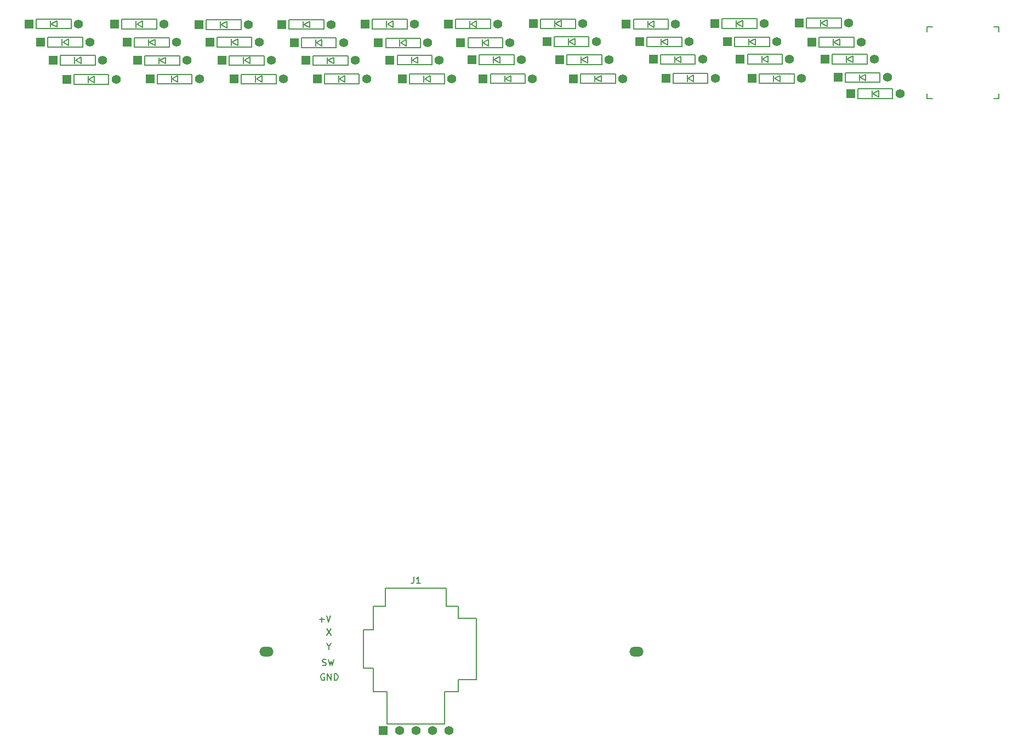
<source format=gbr>
%TF.GenerationSoftware,KiCad,Pcbnew,7.0.8*%
%TF.CreationDate,2024-05-12T08:22:54+09:00*%
%TF.ProjectId,ckb6,636b6236-2e6b-4696-9361-645f70636258,rev?*%
%TF.SameCoordinates,Original*%
%TF.FileFunction,Legend,Top*%
%TF.FilePolarity,Positive*%
%FSLAX46Y46*%
G04 Gerber Fmt 4.6, Leading zero omitted, Abs format (unit mm)*
G04 Created by KiCad (PCBNEW 7.0.8) date 2024-05-12 08:22:54*
%MOMM*%
%LPD*%
G01*
G04 APERTURE LIST*
%ADD10C,0.150000*%
%ADD11C,0.200000*%
%ADD12R,1.397000X1.397000*%
%ADD13C,1.397000*%
%ADD14O,2.200000X1.500000*%
G04 APERTURE END LIST*
D10*
X24509166Y59665180D02*
X24509166Y58950895D01*
X24509166Y58950895D02*
X24461547Y58808038D01*
X24461547Y58808038D02*
X24366309Y58712800D01*
X24366309Y58712800D02*
X24223452Y58665180D01*
X24223452Y58665180D02*
X24128214Y58665180D01*
X25509166Y58665180D02*
X24937738Y58665180D01*
X25223452Y58665180D02*
X25223452Y59665180D01*
X25223452Y59665180D02*
X25128214Y59522323D01*
X25128214Y59522323D02*
X25032976Y59427085D01*
X25032976Y59427085D02*
X24937738Y59379466D01*
X9939279Y53088333D02*
X10701184Y53088333D01*
X10320231Y52707380D02*
X10320231Y53469285D01*
X11034517Y53707380D02*
X11367850Y52707380D01*
X11367850Y52707380D02*
X11701183Y53707380D01*
X10399660Y45993000D02*
X10542517Y45945380D01*
X10542517Y45945380D02*
X10780612Y45945380D01*
X10780612Y45945380D02*
X10875850Y45993000D01*
X10875850Y45993000D02*
X10923469Y46040619D01*
X10923469Y46040619D02*
X10971088Y46135857D01*
X10971088Y46135857D02*
X10971088Y46231095D01*
X10971088Y46231095D02*
X10923469Y46326333D01*
X10923469Y46326333D02*
X10875850Y46373952D01*
X10875850Y46373952D02*
X10780612Y46421571D01*
X10780612Y46421571D02*
X10590136Y46469190D01*
X10590136Y46469190D02*
X10494898Y46516809D01*
X10494898Y46516809D02*
X10447279Y46564428D01*
X10447279Y46564428D02*
X10399660Y46659666D01*
X10399660Y46659666D02*
X10399660Y46754904D01*
X10399660Y46754904D02*
X10447279Y46850142D01*
X10447279Y46850142D02*
X10494898Y46897761D01*
X10494898Y46897761D02*
X10590136Y46945380D01*
X10590136Y46945380D02*
X10828231Y46945380D01*
X10828231Y46945380D02*
X10971088Y46897761D01*
X11304422Y46945380D02*
X11542517Y45945380D01*
X11542517Y45945380D02*
X11732993Y46659666D01*
X11732993Y46659666D02*
X11923469Y45945380D01*
X11923469Y45945380D02*
X12161565Y46945380D01*
X11114041Y51678780D02*
X11780707Y50678780D01*
X11780707Y51678780D02*
X11114041Y50678780D01*
X10717088Y44643761D02*
X10621850Y44691380D01*
X10621850Y44691380D02*
X10478993Y44691380D01*
X10478993Y44691380D02*
X10336136Y44643761D01*
X10336136Y44643761D02*
X10240898Y44548523D01*
X10240898Y44548523D02*
X10193279Y44453285D01*
X10193279Y44453285D02*
X10145660Y44262809D01*
X10145660Y44262809D02*
X10145660Y44119952D01*
X10145660Y44119952D02*
X10193279Y43929476D01*
X10193279Y43929476D02*
X10240898Y43834238D01*
X10240898Y43834238D02*
X10336136Y43739000D01*
X10336136Y43739000D02*
X10478993Y43691380D01*
X10478993Y43691380D02*
X10574231Y43691380D01*
X10574231Y43691380D02*
X10717088Y43739000D01*
X10717088Y43739000D02*
X10764707Y43786619D01*
X10764707Y43786619D02*
X10764707Y44119952D01*
X10764707Y44119952D02*
X10574231Y44119952D01*
X11193279Y43691380D02*
X11193279Y44691380D01*
X11193279Y44691380D02*
X11764707Y43691380D01*
X11764707Y43691380D02*
X11764707Y44691380D01*
X12240898Y43691380D02*
X12240898Y44691380D01*
X12240898Y44691380D02*
X12478993Y44691380D01*
X12478993Y44691380D02*
X12621850Y44643761D01*
X12621850Y44643761D02*
X12717088Y44548523D01*
X12717088Y44548523D02*
X12764707Y44453285D01*
X12764707Y44453285D02*
X12812326Y44262809D01*
X12812326Y44262809D02*
X12812326Y44119952D01*
X12812326Y44119952D02*
X12764707Y43929476D01*
X12764707Y43929476D02*
X12717088Y43834238D01*
X12717088Y43834238D02*
X12621850Y43739000D01*
X12621850Y43739000D02*
X12478993Y43691380D01*
X12478993Y43691380D02*
X12240898Y43691380D01*
X11399755Y48900971D02*
X11399755Y48424780D01*
X11066422Y49424780D02*
X11399755Y48900971D01*
X11399755Y48900971D02*
X11733088Y49424780D01*
%TO.C,D16*%
X74085000Y143130000D02*
X74085000Y141630000D01*
X74085000Y141630000D02*
X79485000Y141630000D01*
X76285000Y142880000D02*
X76285000Y141880000D01*
X76385000Y142380000D02*
X77285000Y142880000D01*
X77285000Y142880000D02*
X77285000Y141880000D01*
X77285000Y141880000D02*
X76385000Y142380000D01*
X79485000Y143130000D02*
X74085000Y143130000D01*
X79485000Y141630000D02*
X79485000Y143130000D01*
%TO.C,D303*%
X36350000Y137450000D02*
X36350000Y135950000D01*
X36350000Y135950000D02*
X41750000Y135950000D01*
X38550000Y137200000D02*
X38550000Y136200000D01*
X38650000Y136700000D02*
X39550000Y137200000D01*
X39550000Y137200000D02*
X39550000Y136200000D01*
X39550000Y136200000D02*
X38650000Y136700000D01*
X41750000Y137450000D02*
X36350000Y137450000D01*
X41750000Y135950000D02*
X41750000Y137450000D01*
%TO.C,D15*%
X60505000Y143130000D02*
X60505000Y141630000D01*
X60505000Y141630000D02*
X65905000Y141630000D01*
X62705000Y142880000D02*
X62705000Y141880000D01*
X62805000Y142380000D02*
X63705000Y142880000D01*
X63705000Y142880000D02*
X63705000Y141880000D01*
X63705000Y141880000D02*
X62805000Y142380000D01*
X65905000Y143130000D02*
X60505000Y143130000D01*
X65905000Y141630000D02*
X65905000Y143130000D01*
%TO.C,D19*%
X-3970000Y140260000D02*
X-3970000Y138760000D01*
X-3970000Y138760000D02*
X1430000Y138760000D01*
X-1770000Y140010000D02*
X-1770000Y139010000D01*
X-1670000Y139510000D02*
X-770000Y140010000D01*
X-770000Y140010000D02*
X-770000Y139010000D01*
X-770000Y139010000D02*
X-1670000Y139510000D01*
X1430000Y140260000D02*
X-3970000Y140260000D01*
X1430000Y138760000D02*
X1430000Y140260000D01*
%TO.C,D28*%
X-18655000Y143050000D02*
X-18655000Y141550000D01*
X-18655000Y141550000D02*
X-13255000Y141550000D01*
X-16455000Y142800000D02*
X-16455000Y141800000D01*
X-16355000Y142300000D02*
X-15455000Y142800000D01*
X-15455000Y142800000D02*
X-15455000Y141800000D01*
X-15455000Y141800000D02*
X-16355000Y142300000D01*
X-13255000Y143050000D02*
X-18655000Y143050000D01*
X-13255000Y141550000D02*
X-13255000Y143050000D01*
%TO.C,D5*%
X18140000Y145860000D02*
X18140000Y144360000D01*
X18140000Y144360000D02*
X23540000Y144360000D01*
X20340000Y145610000D02*
X20340000Y144610000D01*
X20440000Y145110000D02*
X21340000Y145610000D01*
X21340000Y145610000D02*
X21340000Y144610000D01*
X21340000Y144610000D02*
X20440000Y145110000D01*
X23540000Y145860000D02*
X18140000Y145860000D01*
X23540000Y144360000D02*
X23540000Y145860000D01*
%TO.C,D24*%
X62605000Y140420000D02*
X62605000Y138920000D01*
X62605000Y138920000D02*
X68005000Y138920000D01*
X64805000Y140170000D02*
X64805000Y139170000D01*
X64905000Y139670000D02*
X65805000Y140170000D01*
X65805000Y140170000D02*
X65805000Y139170000D01*
X65805000Y139170000D02*
X64905000Y139670000D01*
X68005000Y140420000D02*
X62605000Y140420000D01*
X68005000Y138920000D02*
X68005000Y140420000D01*
%TO.C,D14*%
X46185000Y143180000D02*
X46185000Y141680000D01*
X46185000Y141680000D02*
X51585000Y141680000D01*
X48385000Y142930000D02*
X48385000Y141930000D01*
X48485000Y142430000D02*
X49385000Y142930000D01*
X49385000Y142930000D02*
X49385000Y141930000D01*
X49385000Y141930000D02*
X48485000Y142430000D01*
X51585000Y143180000D02*
X46185000Y143180000D01*
X51585000Y141680000D02*
X51585000Y143180000D01*
%TO.C,D302*%
X-2095000Y137380000D02*
X-2095000Y135880000D01*
X-2095000Y135880000D02*
X3305000Y135880000D01*
X105000Y137130000D02*
X105000Y136130000D01*
X205000Y136630000D02*
X1105000Y137130000D01*
X1105000Y137130000D02*
X1105000Y136130000D01*
X1105000Y136130000D02*
X205000Y136630000D01*
X3305000Y137380000D02*
X-2095000Y137380000D01*
X3305000Y135880000D02*
X3305000Y137380000D01*
%TO.C,D21*%
X21955000Y140330000D02*
X21955000Y138830000D01*
X21955000Y138830000D02*
X27355000Y138830000D01*
X24155000Y140080000D02*
X24155000Y139080000D01*
X24255000Y139580000D02*
X25155000Y140080000D01*
X25155000Y140080000D02*
X25155000Y139080000D01*
X25155000Y139080000D02*
X24255000Y139580000D01*
X27355000Y140330000D02*
X21955000Y140330000D01*
X27355000Y138830000D02*
X27355000Y140330000D01*
%TO.C,D20*%
X8980000Y140250000D02*
X8980000Y138750000D01*
X8980000Y138750000D02*
X14380000Y138750000D01*
X11180000Y140000000D02*
X11180000Y139000000D01*
X11280000Y139500000D02*
X12180000Y140000000D01*
X12180000Y140000000D02*
X12180000Y139000000D01*
X12180000Y139000000D02*
X11280000Y139500000D01*
X14380000Y140250000D02*
X8980000Y140250000D01*
X14380000Y138750000D02*
X14380000Y140250000D01*
%TO.C,D26*%
X-27985000Y137340000D02*
X-27985000Y135840000D01*
X-27985000Y135840000D02*
X-22585000Y135840000D01*
X-25785000Y137090000D02*
X-25785000Y136090000D01*
X-25685000Y136590000D02*
X-24785000Y137090000D01*
X-24785000Y137090000D02*
X-24785000Y136090000D01*
X-24785000Y136090000D02*
X-25685000Y136590000D01*
X-22585000Y137340000D02*
X-27985000Y137340000D01*
X-22585000Y135840000D02*
X-22585000Y137340000D01*
%TO.C,D13*%
X32880000Y143030000D02*
X32880000Y141530000D01*
X32880000Y141530000D02*
X38280000Y141530000D01*
X35080000Y142780000D02*
X35080000Y141780000D01*
X35180000Y142280000D02*
X36080000Y142780000D01*
X36080000Y142780000D02*
X36080000Y141780000D01*
X36080000Y141780000D02*
X35180000Y142280000D01*
X38280000Y143030000D02*
X32880000Y143030000D01*
X38280000Y141530000D02*
X38280000Y143030000D01*
%TO.C,D1*%
X-33815000Y145920000D02*
X-33815000Y144420000D01*
X-33815000Y144420000D02*
X-28415000Y144420000D01*
X-31615000Y145670000D02*
X-31615000Y144670000D01*
X-31515000Y145170000D02*
X-30615000Y145670000D01*
X-30615000Y145670000D02*
X-30615000Y144670000D01*
X-30615000Y144670000D02*
X-31515000Y145170000D01*
X-28415000Y145920000D02*
X-33815000Y145920000D01*
X-28415000Y144420000D02*
X-28415000Y145920000D01*
%TO.C,D102*%
X-31985000Y143060000D02*
X-31985000Y141560000D01*
X-31985000Y141560000D02*
X-26585000Y141560000D01*
X-29785000Y142810000D02*
X-29785000Y141810000D01*
X-29685000Y142310000D02*
X-28785000Y142810000D01*
X-28785000Y142810000D02*
X-28785000Y141810000D01*
X-28785000Y141810000D02*
X-29685000Y142310000D01*
X-26585000Y143060000D02*
X-31985000Y143060000D01*
X-26585000Y141560000D02*
X-26585000Y143060000D01*
%TO.C,D23*%
X48155000Y140370000D02*
X48155000Y138870000D01*
X48155000Y138870000D02*
X53555000Y138870000D01*
X50355000Y140120000D02*
X50355000Y139120000D01*
X50455000Y139620000D02*
X51355000Y140120000D01*
X51355000Y140120000D02*
X51355000Y139120000D01*
X51355000Y139120000D02*
X50455000Y139620000D01*
X53555000Y140370000D02*
X48155000Y140370000D01*
X53555000Y138870000D02*
X53555000Y140370000D01*
%TO.C,D9*%
X72105000Y145940000D02*
X72105000Y144440000D01*
X72105000Y144440000D02*
X77505000Y144440000D01*
X74305000Y145690000D02*
X74305000Y144690000D01*
X74405000Y145190000D02*
X75305000Y145690000D01*
X75305000Y145690000D02*
X75305000Y144690000D01*
X75305000Y144690000D02*
X74405000Y145190000D01*
X77505000Y145940000D02*
X72105000Y145940000D01*
X77505000Y144440000D02*
X77505000Y145940000D01*
D11*
%TO.C,J1*%
X16729500Y51520000D02*
X16729500Y45520000D01*
X16729500Y45520000D02*
X18267500Y45520000D01*
X18267500Y55095000D02*
X18267500Y51520000D01*
X18267500Y55095000D02*
X20117500Y55095000D01*
X18267500Y51520000D02*
X16729500Y51520000D01*
X18267500Y41945000D02*
X18267500Y45520000D01*
X20117500Y55095000D02*
X20117500Y57895000D01*
X20380000Y41945000D02*
X18267500Y41945000D01*
X20380000Y36920000D02*
X20380000Y41945000D01*
X20380000Y36920000D02*
X29305000Y36920000D01*
X29305000Y36920000D02*
X29305000Y41945000D01*
X29567500Y57895000D02*
X20117500Y57895000D01*
X29567500Y55095000D02*
X29567500Y57895000D01*
X29567500Y55095000D02*
X31417500Y55095000D01*
X31417500Y55095000D02*
X31417500Y53245000D01*
X31417500Y41945000D02*
X29305000Y41945000D01*
X31417500Y41945000D02*
X31417500Y43795000D01*
X34217500Y53245000D02*
X31417500Y53245000D01*
X34217500Y43795000D02*
X31417500Y43795000D01*
X34217500Y43795000D02*
X34217500Y53245000D01*
D10*
%TO.C,D29*%
X64550000Y137510000D02*
X64550000Y136010000D01*
X64550000Y136010000D02*
X69950000Y136010000D01*
X66750000Y137260000D02*
X66750000Y136260000D01*
X66850000Y136760000D02*
X67750000Y137260000D01*
X67750000Y137260000D02*
X67750000Y136260000D01*
X67750000Y136260000D02*
X66850000Y136760000D01*
X69950000Y137510000D02*
X64550000Y137510000D01*
X69950000Y136010000D02*
X69950000Y137510000D01*
%TO.C,D101*%
X85135000Y146060000D02*
X85135000Y144560000D01*
X85135000Y144560000D02*
X90535000Y144560000D01*
X87335000Y145810000D02*
X87335000Y144810000D01*
X87435000Y145310000D02*
X88335000Y145810000D01*
X88335000Y145810000D02*
X88335000Y144810000D01*
X88335000Y144810000D02*
X87435000Y145310000D01*
X90535000Y146060000D02*
X85135000Y146060000D01*
X90535000Y144560000D02*
X90535000Y146060000D01*
%TO.C,D22*%
X34615000Y140360000D02*
X34615000Y138860000D01*
X34615000Y138860000D02*
X40015000Y138860000D01*
X36815000Y140110000D02*
X36815000Y139110000D01*
X36915000Y139610000D02*
X37815000Y140110000D01*
X37815000Y140110000D02*
X37815000Y139110000D01*
X37815000Y139110000D02*
X36915000Y139610000D01*
X40015000Y140360000D02*
X34615000Y140360000D01*
X40015000Y138860000D02*
X40015000Y140360000D01*
%TO.C,D301*%
X-30045000Y140310000D02*
X-30045000Y138810000D01*
X-30045000Y138810000D02*
X-24645000Y138810000D01*
X-27845000Y140060000D02*
X-27845000Y139060000D01*
X-27745000Y139560000D02*
X-26845000Y140060000D01*
X-26845000Y140060000D02*
X-26845000Y139060000D01*
X-26845000Y139060000D02*
X-27745000Y139560000D01*
X-24645000Y140310000D02*
X-30045000Y140310000D01*
X-24645000Y138810000D02*
X-24645000Y140310000D01*
%TO.C,D27*%
X93090000Y135150000D02*
X93090000Y133650000D01*
X93090000Y133650000D02*
X98490000Y133650000D01*
X95290000Y134900000D02*
X95290000Y133900000D01*
X95390000Y134400000D02*
X96290000Y134900000D01*
X96290000Y134900000D02*
X96290000Y133900000D01*
X96290000Y133900000D02*
X95390000Y134400000D01*
X98490000Y135150000D02*
X93090000Y135150000D01*
X98490000Y133650000D02*
X98490000Y135150000D01*
%TO.C,D12*%
X20175000Y142970000D02*
X20175000Y141470000D01*
X20175000Y141470000D02*
X25575000Y141470000D01*
X22375000Y142720000D02*
X22375000Y141720000D01*
X22475000Y142220000D02*
X23375000Y142720000D01*
X23375000Y142720000D02*
X23375000Y141720000D01*
X23375000Y141720000D02*
X22475000Y142220000D01*
X25575000Y142970000D02*
X20175000Y142970000D01*
X25575000Y141470000D02*
X25575000Y142970000D01*
%TO.C,D3*%
X-7535000Y145810000D02*
X-7535000Y144310000D01*
X-7535000Y144310000D02*
X-2135000Y144310000D01*
X-5335000Y145560000D02*
X-5335000Y144560000D01*
X-5235000Y145060000D02*
X-4335000Y145560000D01*
X-4335000Y145560000D02*
X-4335000Y144560000D01*
X-4335000Y144560000D02*
X-5235000Y145060000D01*
X-2135000Y145810000D02*
X-7535000Y145810000D01*
X-2135000Y144310000D02*
X-2135000Y145810000D01*
%TO.C,D30*%
X10705000Y137410000D02*
X10705000Y135910000D01*
X10705000Y135910000D02*
X16105000Y135910000D01*
X12905000Y137160000D02*
X12905000Y136160000D01*
X13005000Y136660000D02*
X13905000Y137160000D01*
X13905000Y137160000D02*
X13905000Y136160000D01*
X13905000Y136160000D02*
X13005000Y136660000D01*
X16105000Y137410000D02*
X10705000Y137410000D01*
X16105000Y135910000D02*
X16105000Y137410000D01*
%TO.C,D8*%
X58445000Y145890000D02*
X58445000Y144390000D01*
X58445000Y144390000D02*
X63845000Y144390000D01*
X60645000Y145640000D02*
X60645000Y144640000D01*
X60745000Y145140000D02*
X61645000Y145640000D01*
X61645000Y145640000D02*
X61645000Y144640000D01*
X61645000Y144640000D02*
X60745000Y145140000D01*
X63845000Y145890000D02*
X58445000Y145890000D01*
X63845000Y144390000D02*
X63845000Y145890000D01*
%TO.C,SW33*%
X114906250Y133603750D02*
X114906250Y134397500D01*
X114906250Y143922500D02*
X114906250Y144716250D01*
X114906250Y144716250D02*
X114112500Y144716250D01*
X114112500Y133603750D02*
X114906250Y133603750D01*
X104587500Y133603750D02*
X103793750Y133603750D01*
X104587500Y144716250D02*
X103793750Y144716250D01*
X103793750Y133603750D02*
X103793750Y134397500D01*
X103793750Y144716250D02*
X103793750Y143922500D01*
%TO.C,D201*%
X-15120000Y137380000D02*
X-15120000Y135880000D01*
X-15120000Y135880000D02*
X-9720000Y135880000D01*
X-12920000Y137130000D02*
X-12920000Y136130000D01*
X-12820000Y136630000D02*
X-11920000Y137130000D01*
X-11920000Y137130000D02*
X-11920000Y136130000D01*
X-11920000Y136130000D02*
X-12820000Y136630000D01*
X-9720000Y137380000D02*
X-15120000Y137380000D01*
X-9720000Y135880000D02*
X-9720000Y137380000D01*
%TO.C,D34*%
X89150000Y140440000D02*
X89150000Y138940000D01*
X89150000Y138940000D02*
X94550000Y138940000D01*
X91350000Y140190000D02*
X91350000Y139190000D01*
X91450000Y139690000D02*
X92350000Y140190000D01*
X92350000Y140190000D02*
X92350000Y139190000D01*
X92350000Y139190000D02*
X91450000Y139690000D01*
X94550000Y140440000D02*
X89150000Y140440000D01*
X94550000Y138940000D02*
X94550000Y140440000D01*
%TO.C,D4*%
X5210000Y145830000D02*
X5210000Y144330000D01*
X5210000Y144330000D02*
X10610000Y144330000D01*
X7410000Y145580000D02*
X7410000Y144580000D01*
X7510000Y145080000D02*
X8410000Y145580000D01*
X8410000Y145580000D02*
X8410000Y144580000D01*
X8410000Y144580000D02*
X7510000Y145080000D01*
X10610000Y145830000D02*
X5210000Y145830000D01*
X10610000Y144330000D02*
X10610000Y145830000D01*
%TO.C,D6*%
X31000000Y145910000D02*
X31000000Y144410000D01*
X31000000Y144410000D02*
X36400000Y144410000D01*
X33200000Y145660000D02*
X33200000Y144660000D01*
X33300000Y145160000D02*
X34200000Y145660000D01*
X34200000Y145660000D02*
X34200000Y144660000D01*
X34200000Y144660000D02*
X33300000Y145160000D01*
X36400000Y145910000D02*
X31000000Y145910000D01*
X36400000Y144410000D02*
X36400000Y145910000D01*
%TO.C,D25*%
X76060000Y140460000D02*
X76060000Y138960000D01*
X76060000Y138960000D02*
X81460000Y138960000D01*
X78260000Y140210000D02*
X78260000Y139210000D01*
X78360000Y139710000D02*
X79260000Y140210000D01*
X79260000Y140210000D02*
X79260000Y139210000D01*
X79260000Y139210000D02*
X78360000Y139710000D01*
X81460000Y140460000D02*
X76060000Y140460000D01*
X81460000Y138960000D02*
X81460000Y140460000D01*
%TO.C,D31*%
X50255000Y137450000D02*
X50255000Y135950000D01*
X50255000Y135950000D02*
X55655000Y135950000D01*
X52455000Y137200000D02*
X52455000Y136200000D01*
X52555000Y136700000D02*
X53455000Y137200000D01*
X53455000Y137200000D02*
X53455000Y136200000D01*
X53455000Y136200000D02*
X52555000Y136700000D01*
X55655000Y137450000D02*
X50255000Y137450000D01*
X55655000Y135950000D02*
X55655000Y137450000D01*
%TO.C,D10*%
X-5885000Y143060000D02*
X-5885000Y141560000D01*
X-5885000Y141560000D02*
X-485000Y141560000D01*
X-3685000Y142810000D02*
X-3685000Y141810000D01*
X-3585000Y142310000D02*
X-2685000Y142810000D01*
X-2685000Y142810000D02*
X-2685000Y141810000D01*
X-2685000Y141810000D02*
X-3585000Y142310000D01*
X-485000Y143060000D02*
X-5885000Y143060000D01*
X-485000Y141560000D02*
X-485000Y143060000D01*
%TO.C,D7*%
X44095000Y145930000D02*
X44095000Y144430000D01*
X44095000Y144430000D02*
X49495000Y144430000D01*
X46295000Y145680000D02*
X46295000Y144680000D01*
X46395000Y145180000D02*
X47295000Y145680000D01*
X47295000Y145680000D02*
X47295000Y144680000D01*
X47295000Y144680000D02*
X46395000Y145180000D01*
X49495000Y145930000D02*
X44095000Y145930000D01*
X49495000Y144430000D02*
X49495000Y145930000D01*
%TO.C,D33*%
X91140000Y137630000D02*
X91140000Y136130000D01*
X91140000Y136130000D02*
X96540000Y136130000D01*
X93340000Y137380000D02*
X93340000Y136380000D01*
X93440000Y136880000D02*
X94340000Y137380000D01*
X94340000Y137380000D02*
X94340000Y136380000D01*
X94340000Y136380000D02*
X93440000Y136880000D01*
X96540000Y137630000D02*
X91140000Y137630000D01*
X96540000Y136130000D02*
X96540000Y137630000D01*
%TO.C,D202*%
X77915000Y137460000D02*
X77915000Y135960000D01*
X77915000Y135960000D02*
X83315000Y135960000D01*
X80115000Y137210000D02*
X80115000Y136210000D01*
X80215000Y136710000D02*
X81115000Y137210000D01*
X81115000Y137210000D02*
X81115000Y136210000D01*
X81115000Y136210000D02*
X80215000Y136710000D01*
X83315000Y137460000D02*
X77915000Y137460000D01*
X83315000Y135960000D02*
X83315000Y137460000D01*
%TO.C,D2*%
X-20555000Y145860000D02*
X-20555000Y144360000D01*
X-20555000Y144360000D02*
X-15155000Y144360000D01*
X-18355000Y145610000D02*
X-18355000Y144610000D01*
X-18255000Y145110000D02*
X-17355000Y145610000D01*
X-17355000Y145610000D02*
X-17355000Y144610000D01*
X-17355000Y144610000D02*
X-18255000Y145110000D01*
X-15155000Y145860000D02*
X-20555000Y145860000D01*
X-15155000Y144360000D02*
X-15155000Y145860000D01*
%TO.C,D11*%
X7150000Y143010000D02*
X7150000Y141510000D01*
X7150000Y141510000D02*
X12550000Y141510000D01*
X9350000Y142760000D02*
X9350000Y141760000D01*
X9450000Y142260000D02*
X10350000Y142760000D01*
X10350000Y142760000D02*
X10350000Y141760000D01*
X10350000Y141760000D02*
X9450000Y142260000D01*
X12550000Y143010000D02*
X7150000Y143010000D01*
X12550000Y141510000D02*
X12550000Y143010000D01*
%TO.C,D17*%
X87110000Y143090000D02*
X87110000Y141590000D01*
X87110000Y141590000D02*
X92510000Y141590000D01*
X89310000Y142840000D02*
X89310000Y141840000D01*
X89410000Y142340000D02*
X90310000Y142840000D01*
X90310000Y142840000D02*
X90310000Y141840000D01*
X90310000Y141840000D02*
X89410000Y142340000D01*
X92510000Y143090000D02*
X87110000Y143090000D01*
X92510000Y141590000D02*
X92510000Y143090000D01*
%TO.C,D32*%
X23890000Y137400000D02*
X23890000Y135900000D01*
X23890000Y135900000D02*
X29290000Y135900000D01*
X26090000Y137150000D02*
X26090000Y136150000D01*
X26190000Y136650000D02*
X27090000Y137150000D01*
X27090000Y137150000D02*
X27090000Y136150000D01*
X27090000Y136150000D02*
X26190000Y136650000D01*
X29290000Y137400000D02*
X23890000Y137400000D01*
X29290000Y135900000D02*
X29290000Y137400000D01*
%TO.C,D18*%
X-17055000Y140250000D02*
X-17055000Y138750000D01*
X-17055000Y138750000D02*
X-11655000Y138750000D01*
X-14855000Y140000000D02*
X-14855000Y139000000D01*
X-14755000Y139500000D02*
X-13855000Y140000000D01*
X-13855000Y140000000D02*
X-13855000Y139000000D01*
X-13855000Y139000000D02*
X-14755000Y139500000D01*
X-11655000Y140250000D02*
X-17055000Y140250000D01*
X-11655000Y138750000D02*
X-11655000Y140250000D01*
%TD*%
D12*
%TO.C,D16*%
X72975000Y142380000D03*
D13*
X80595000Y142380000D03*
%TD*%
D12*
%TO.C,D303*%
X35240000Y136700000D03*
D13*
X42860000Y136700000D03*
%TD*%
D12*
%TO.C,D15*%
X59395000Y142380000D03*
D13*
X67015000Y142380000D03*
%TD*%
D12*
%TO.C,D19*%
X-5080000Y139510000D03*
D13*
X2540000Y139510000D03*
%TD*%
D12*
%TO.C,D28*%
X-19765000Y142300000D03*
D13*
X-12145000Y142300000D03*
%TD*%
D12*
%TO.C,D5*%
X17030000Y145110000D03*
D13*
X24650000Y145110000D03*
%TD*%
D12*
%TO.C,D24*%
X61495000Y139670000D03*
D13*
X69115000Y139670000D03*
%TD*%
D12*
%TO.C,D14*%
X45075000Y142430000D03*
D13*
X52695000Y142430000D03*
%TD*%
D12*
%TO.C,D302*%
X-3205000Y136630000D03*
D13*
X4415000Y136630000D03*
%TD*%
D12*
%TO.C,D21*%
X20845000Y139580000D03*
D13*
X28465000Y139580000D03*
%TD*%
D12*
%TO.C,D20*%
X7870000Y139500000D03*
D13*
X15490000Y139500000D03*
%TD*%
D12*
%TO.C,D26*%
X-29095000Y136590000D03*
D13*
X-21475000Y136590000D03*
%TD*%
D12*
%TO.C,D13*%
X31770000Y142280000D03*
D13*
X39390000Y142280000D03*
%TD*%
D12*
%TO.C,D1*%
X-34925000Y145170000D03*
D13*
X-27305000Y145170000D03*
%TD*%
D12*
%TO.C,D102*%
X-33095000Y142310000D03*
D13*
X-25475000Y142310000D03*
%TD*%
D12*
%TO.C,D23*%
X47045000Y139620000D03*
D13*
X54665000Y139620000D03*
%TD*%
D12*
%TO.C,D9*%
X70995000Y145190000D03*
D13*
X78615000Y145190000D03*
%TD*%
D12*
%TO.C,D29*%
X63440000Y136760000D03*
D13*
X71060000Y136760000D03*
%TD*%
D12*
%TO.C,D101*%
X84025000Y145310000D03*
D13*
X91645000Y145310000D03*
%TD*%
D12*
%TO.C,D22*%
X33505000Y139610000D03*
D13*
X41125000Y139610000D03*
%TD*%
D12*
%TO.C,D301*%
X-31155000Y139560000D03*
D13*
X-23535000Y139560000D03*
%TD*%
D12*
%TO.C,D27*%
X91980000Y134400000D03*
D13*
X99600000Y134400000D03*
%TD*%
D12*
%TO.C,D12*%
X19065000Y142220000D03*
D13*
X26685000Y142220000D03*
%TD*%
D14*
%TO.C,SW32*%
X1795000Y48100000D03*
%TD*%
D12*
%TO.C,TB1*%
X19762500Y35910000D03*
D13*
X22302500Y35910000D03*
X24842500Y35910000D03*
X27382500Y35910000D03*
X29922500Y35910000D03*
%TD*%
D12*
%TO.C,D3*%
X-8645000Y145060000D03*
D13*
X-1025000Y145060000D03*
%TD*%
D12*
%TO.C,D30*%
X9595000Y136660000D03*
D13*
X17215000Y136660000D03*
%TD*%
D12*
%TO.C,D8*%
X57335000Y145140000D03*
D13*
X64955000Y145140000D03*
%TD*%
D12*
%TO.C,D201*%
X-16230000Y136630000D03*
D13*
X-8610000Y136630000D03*
%TD*%
D12*
%TO.C,D34*%
X88040000Y139690000D03*
D13*
X95660000Y139690000D03*
%TD*%
D12*
%TO.C,D4*%
X4100000Y145080000D03*
D13*
X11720000Y145080000D03*
%TD*%
D12*
%TO.C,D6*%
X29890000Y145160000D03*
D13*
X37510000Y145160000D03*
%TD*%
D12*
%TO.C,D25*%
X74950000Y139710000D03*
D13*
X82570000Y139710000D03*
%TD*%
D12*
%TO.C,D31*%
X49145000Y136700000D03*
D13*
X56765000Y136700000D03*
%TD*%
D12*
%TO.C,D10*%
X-6995000Y142310000D03*
D13*
X625000Y142310000D03*
%TD*%
D12*
%TO.C,D7*%
X42985000Y145180000D03*
D13*
X50605000Y145180000D03*
%TD*%
D12*
%TO.C,D33*%
X90030000Y136880000D03*
D13*
X97650000Y136880000D03*
%TD*%
D12*
%TO.C,D202*%
X76805000Y136710000D03*
D13*
X84425000Y136710000D03*
%TD*%
D12*
%TO.C,D2*%
X-21665000Y145110000D03*
D13*
X-14045000Y145110000D03*
%TD*%
D14*
%TO.C,SW303*%
X58950000Y48100000D03*
%TD*%
D12*
%TO.C,D11*%
X6040000Y142260000D03*
D13*
X13660000Y142260000D03*
%TD*%
D12*
%TO.C,D17*%
X86000000Y142340000D03*
D13*
X93620000Y142340000D03*
%TD*%
D12*
%TO.C,D32*%
X22780000Y136650000D03*
D13*
X30400000Y136650000D03*
%TD*%
D12*
%TO.C,D18*%
X-18165000Y139500000D03*
D13*
X-10545000Y139500000D03*
%TD*%
M02*

</source>
